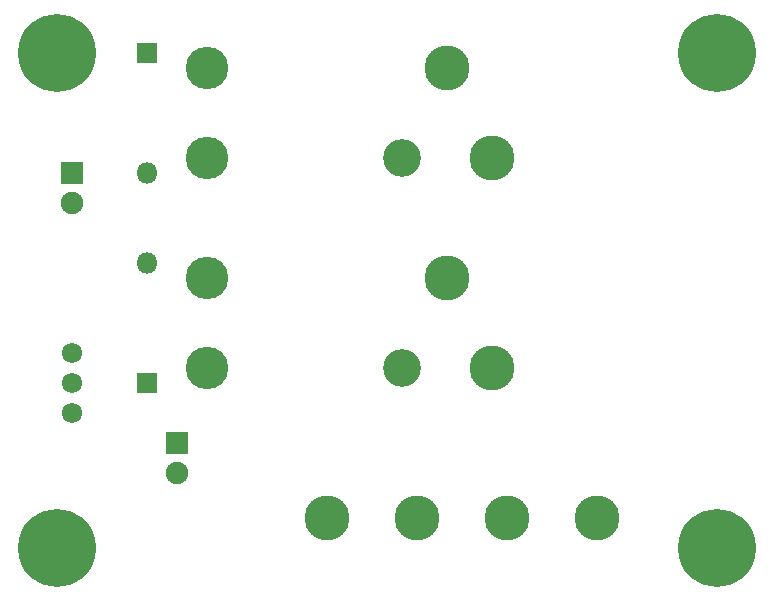
<source format=gbs>
G04 #@! TF.FileFunction,Soldermask,Bot*
%FSLAX46Y46*%
G04 Gerber Fmt 4.6, Leading zero omitted, Abs format (unit mm)*
G04 Created by KiCad (PCBNEW 4.0.4+e1-6308~48~ubuntu15.10.1-stable) date Wed Feb  8 22:32:19 2017*
%MOMM*%
%LPD*%
G01*
G04 APERTURE LIST*
%ADD10C,0.100000*%
%ADD11R,1.900000X1.900000*%
%ADD12O,1.900000X1.900000*%
%ADD13C,1.724000*%
%ADD14R,1.800000X1.800000*%
%ADD15O,1.800000X1.800000*%
%ADD16C,3.200000*%
%ADD17C,3.600000*%
%ADD18C,3.800000*%
%ADD19C,6.600000*%
G04 APERTURE END LIST*
D10*
D11*
X116840000Y-85090000D03*
D12*
X116840000Y-87630000D03*
D13*
X116840000Y-102870000D03*
X116840000Y-105410000D03*
X116840000Y-100330000D03*
D11*
X125730000Y-107950000D03*
D12*
X125730000Y-110490000D03*
D14*
X123190000Y-102870000D03*
D15*
X123190000Y-92710000D03*
D14*
X123190000Y-74930000D03*
D15*
X123190000Y-85090000D03*
D16*
X144780000Y-83820000D03*
D17*
X128270000Y-76200000D03*
X128270000Y-83820000D03*
D18*
X148590000Y-76200000D03*
X152400000Y-83820000D03*
D16*
X144780000Y-101600000D03*
D17*
X128270000Y-93980000D03*
X128270000Y-101600000D03*
D18*
X148590000Y-93980000D03*
X152400000Y-101600000D03*
X153670000Y-114300000D03*
X161290000Y-114300000D03*
X138430000Y-114300000D03*
X146050000Y-114300000D03*
D19*
X171450000Y-74930000D03*
X115570000Y-74930000D03*
X115570000Y-116840000D03*
X171450000Y-116840000D03*
M02*

</source>
